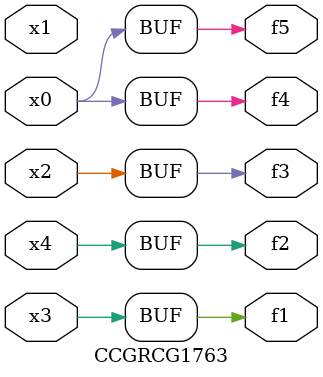
<source format=v>
module CCGRCG1763(
	input x0, x1, x2, x3, x4,
	output f1, f2, f3, f4, f5
);
	assign f1 = x3;
	assign f2 = x4;
	assign f3 = x2;
	assign f4 = x0;
	assign f5 = x0;
endmodule

</source>
